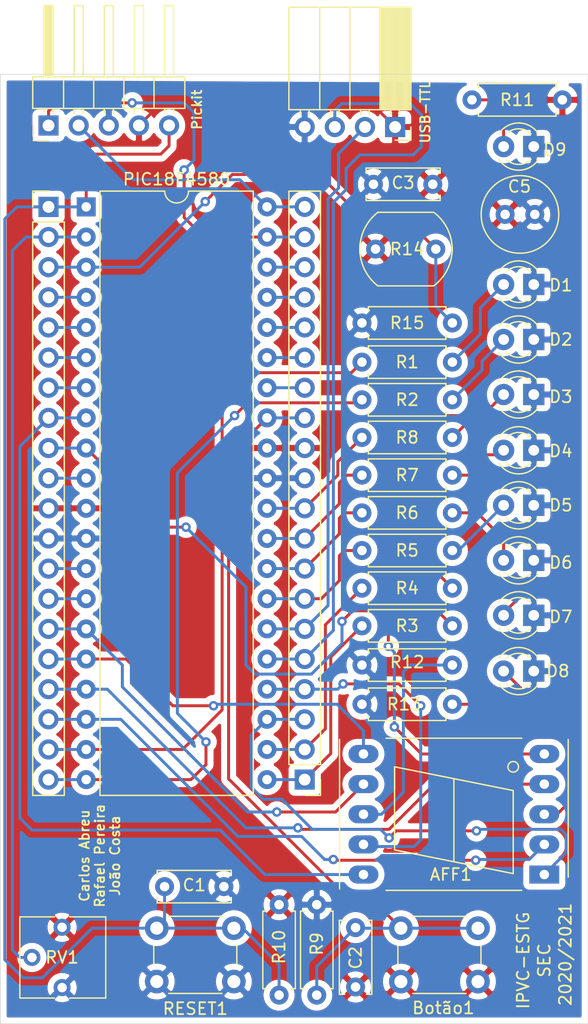
<source format=kicad_pcb>
(kicad_pcb (version 20171130) (host pcbnew "(5.1.7)-1")
  (layers (0 F.Cu signal) (31 B.Cu signal) (34 B.Paste user hide) (35 F.Paste user hide) (36 B.SilkS user) (37 F.SilkS user) (38 B.Mask user) (39 F.Mask user) (44 Edge.Cuts user))
  (net 0 "")
  (net 1 GNDREF)
  (net 2 "Net-(D1-Pad2)")
  (net 3 "Net-(D2-Pad2)")
  (net 4 "Net-(D3-Pad2)")
  (net 5 "Net-(D4-Pad2)")
  (net 6 "Net-(D5-Pad2)")
  (net 7 "Net-(D6-Pad2)")
  (net 8 "Net-(D7-Pad2)")
  (net 9 "Net-(D8-Pad2)")
  (net 10 /1)
  (net 11 /20)
  (net 12 /19)
  (net 13 /18)
  (net 14 /17)
  (net 15 /16)
  (net 16 /15)
  (net 17 /14)
  (net 18 /13)
  (net 19 /10)
  (net 20 /9)
  (net 21 /8)
  (net 22 /7)
  (net 23 /6)
  (net 24 /5)
  (net 25 /4)
  (net 26 /3)
  (net 27 /2)
  (net 28 /33)
  (net 29 /39)
  (net 30 /40)
  (net 31 /25)
  (net 32 /26)
  (net 33 /38)
  (net 34 /37)
  (net 35 /36)
  (net 36 /35)
  (net 37 /34)
  (net 38 /30)
  (net 39 /29)
  (net 40 /28)
  (net 41 /27)
  (net 42 /24)
  (net 43 /23)
  (net 44 /22)
  (net 45 /21)
  (net 46 VCC)
  (net 47 "Net-(D9-Pad2)")
  (net 48 "Net-(AFF1-Pad3)")
  (net 49 "Net-(AFF1-Pad8)")
  (module Connector_PinHeader_2.54mm:PinHeader_1x05_P2.54mm_Horizontal (layer F.Cu) (at 118.11 74.168 90)
    (fp_text reference J1 hide)
    (fp_text value Conn_01x05)
    (pad 5 thru_hole oval (at 0 10.16 90) (size 1.7 1.7) (drill 1) (layers *.Cu *.Mask) (net 10 /1))
    (pad 4 thru_hole oval (at 0 7.62 90) (size 1.7 1.7) (drill 1) (layers *.Cu *.Mask) (net 46 VCC))
    (pad 3 thru_hole oval (at 0 5.08 90) (size 1.7 1.7) (drill 1) (layers *.Cu *.Mask) (net 1 GNDREF))
    (pad 2 thru_hole oval (at 0 2.54 90) (size 1.7 1.7) (drill 1) (layers *.Cu *.Mask) (net 30 /40))
    (pad 1 thru_hole rect (at 0 0 90) (size 1.7 1.7) (drill 1) (layers *.Cu *.Mask) (net 29 /39))
  )
  (module Connector_PinHeader_2.54mm:PinHeader_1x20_P2.54mm_Vertical (layer F.Cu) (at 118.11 81.026)
    (fp_text reference J4 hide)
    (fp_text value Conn_01x20)
    (pad 20 thru_hole oval (at 0 48.26) (size 1.7 1.7) (drill 1) (layers *.Cu *.Mask) (net 11 /20))
    (pad 19 thru_hole oval (at 0 45.72) (size 1.7 1.7) (drill 1) (layers *.Cu *.Mask) (net 12 /19))
    (pad 18 thru_hole oval (at 0 43.18) (size 1.7 1.7) (drill 1) (layers *.Cu *.Mask) (net 13 /18))
    (pad 17 thru_hole oval (at 0 40.64) (size 1.7 1.7) (drill 1) (layers *.Cu *.Mask) (net 14 /17))
    (pad 16 thru_hole oval (at 0 38.1) (size 1.7 1.7) (drill 1) (layers *.Cu *.Mask) (net 15 /16))
    (pad 15 thru_hole oval (at 0 35.56) (size 1.7 1.7) (drill 1) (layers *.Cu *.Mask) (net 16 /15))
    (pad 14 thru_hole oval (at 0 33.02) (size 1.7 1.7) (drill 1) (layers *.Cu *.Mask) (net 17 /14))
    (pad 13 thru_hole oval (at 0 30.48) (size 1.7 1.7) (drill 1) (layers *.Cu *.Mask) (net 18 /13))
    (pad 12 thru_hole oval (at 0 27.94) (size 1.7 1.7) (drill 1) (layers *.Cu *.Mask) (net 1 GNDREF))
    (pad 11 thru_hole oval (at 0 25.4) (size 1.7 1.7) (drill 1) (layers *.Cu *.Mask) (net 46 VCC))
    (pad 10 thru_hole oval (at 0 22.86) (size 1.7 1.7) (drill 1) (layers *.Cu *.Mask) (net 19 /10))
    (pad 9 thru_hole oval (at 0 20.32) (size 1.7 1.7) (drill 1) (layers *.Cu *.Mask) (net 20 /9))
    (pad 8 thru_hole oval (at 0 17.78) (size 1.7 1.7) (drill 1) (layers *.Cu *.Mask) (net 21 /8))
    (pad 7 thru_hole oval (at 0 15.24) (size 1.7 1.7) (drill 1) (layers *.Cu *.Mask) (net 22 /7))
    (pad 6 thru_hole oval (at 0 12.7) (size 1.7 1.7) (drill 1) (layers *.Cu *.Mask) (net 23 /6))
    (pad 5 thru_hole oval (at 0 10.16) (size 1.7 1.7) (drill 1) (layers *.Cu *.Mask) (net 24 /5))
    (pad 4 thru_hole oval (at 0 7.62) (size 1.7 1.7) (drill 1) (layers *.Cu *.Mask) (net 25 /4))
    (pad 3 thru_hole oval (at 0 5.08) (size 1.7 1.7) (drill 1) (layers *.Cu *.Mask) (net 26 /3))
    (pad 2 thru_hole oval (at 0 2.54) (size 1.7 1.7) (drill 1) (layers *.Cu *.Mask) (net 27 /2))
    (pad 1 thru_hole rect (at 0 0) (size 1.7 1.7) (drill 1) (layers *.Cu *.Mask) (net 10 /1))
  )
  (module Package_DIP:DIP-40_W15.24mm (layer F.Cu) (at 121.285 81.026)
    (fp_text reference PIC18F4580 (at 7.62 -2.33) (layer F.SilkS))
    (fp_text value PIC18F4580-IP)
    (pad 40 thru_hole oval (at 15.24 0) (size 1.6 1.6) (drill 0.8) (layers *.Cu *.Mask) (net 30 /40))
    (pad 20 thru_hole oval (at 0 48.26) (size 1.6 1.6) (drill 0.8) (layers *.Cu *.Mask) (net 11 /20))
    (pad 39 thru_hole oval (at 15.24 2.54) (size 1.6 1.6) (drill 0.8) (layers *.Cu *.Mask) (net 29 /39))
    (pad 19 thru_hole oval (at 0 45.72) (size 1.6 1.6) (drill 0.8) (layers *.Cu *.Mask) (net 12 /19))
    (pad 38 thru_hole oval (at 15.24 5.08) (size 1.6 1.6) (drill 0.8) (layers *.Cu *.Mask) (net 33 /38))
    (pad 18 thru_hole oval (at 0 43.18) (size 1.6 1.6) (drill 0.8) (layers *.Cu *.Mask) (net 13 /18))
    (pad 37 thru_hole oval (at 15.24 7.62) (size 1.6 1.6) (drill 0.8) (layers *.Cu *.Mask) (net 34 /37))
    (pad 17 thru_hole oval (at 0 40.64) (size 1.6 1.6) (drill 0.8) (layers *.Cu *.Mask) (net 14 /17))
    (pad 36 thru_hole oval (at 15.24 10.16) (size 1.6 1.6) (drill 0.8) (layers *.Cu *.Mask) (net 35 /36))
    (pad 16 thru_hole oval (at 0 38.1) (size 1.6 1.6) (drill 0.8) (layers *.Cu *.Mask) (net 15 /16))
    (pad 35 thru_hole oval (at 15.24 12.7) (size 1.6 1.6) (drill 0.8) (layers *.Cu *.Mask) (net 36 /35))
    (pad 15 thru_hole oval (at 0 35.56) (size 1.6 1.6) (drill 0.8) (layers *.Cu *.Mask) (net 16 /15))
    (pad 34 thru_hole oval (at 15.24 15.24) (size 1.6 1.6) (drill 0.8) (layers *.Cu *.Mask) (net 37 /34))
    (pad 14 thru_hole oval (at 0 33.02) (size 1.6 1.6) (drill 0.8) (layers *.Cu *.Mask) (net 17 /14))
    (pad 33 thru_hole oval (at 15.24 17.78) (size 1.6 1.6) (drill 0.8) (layers *.Cu *.Mask) (net 28 /33))
    (pad 13 thru_hole oval (at 0 30.48) (size 1.6 1.6) (drill 0.8) (layers *.Cu *.Mask) (net 18 /13))
    (pad 32 thru_hole oval (at 15.24 20.32) (size 1.6 1.6) (drill 0.8) (layers *.Cu *.Mask) (net 46 VCC))
    (pad 12 thru_hole oval (at 0 27.94) (size 1.6 1.6) (drill 0.8) (layers *.Cu *.Mask) (net 1 GNDREF))
    (pad 31 thru_hole oval (at 15.24 22.86) (size 1.6 1.6) (drill 0.8) (layers *.Cu *.Mask) (net 1 GNDREF))
    (pad 11 thru_hole oval (at 0 25.4) (size 1.6 1.6) (drill 0.8) (layers *.Cu *.Mask) (net 46 VCC))
    (pad 30 thru_hole oval (at 15.24 25.4) (size 1.6 1.6) (drill 0.8) (layers *.Cu *.Mask) (net 38 /30))
    (pad 10 thru_hole oval (at 0 22.86) (size 1.6 1.6) (drill 0.8) (layers *.Cu *.Mask) (net 19 /10))
    (pad 29 thru_hole oval (at 15.24 27.94) (size 1.6 1.6) (drill 0.8) (layers *.Cu *.Mask) (net 39 /29))
    (pad 9 thru_hole oval (at 0 20.32) (size 1.6 1.6) (drill 0.8) (layers *.Cu *.Mask) (net 20 /9))
    (pad 28 thru_hole oval (at 15.24 30.48) (size 1.6 1.6) (drill 0.8) (layers *.Cu *.Mask) (net 40 /28))
    (pad 8 thru_hole oval (at 0 17.78) (size 1.6 1.6) (drill 0.8) (layers *.Cu *.Mask) (net 21 /8))
    (pad 27 thru_hole oval (at 15.24 33.02) (size 1.6 1.6) (drill 0.8) (layers *.Cu *.Mask) (net 41 /27))
    (pad 7 thru_hole oval (at 0 15.24) (size 1.6 1.6) (drill 0.8) (layers *.Cu *.Mask) (net 22 /7))
    (pad 26 thru_hole oval (at 15.24 35.56) (size 1.6 1.6) (drill 0.8) (layers *.Cu *.Mask) (net 32 /26))
    (pad 6 thru_hole oval (at 0 12.7) (size 1.6 1.6) (drill 0.8) (layers *.Cu *.Mask) (net 23 /6))
    (pad 25 thru_hole oval (at 15.24 38.1) (size 1.6 1.6) (drill 0.8) (layers *.Cu *.Mask) (net 31 /25))
    (pad 5 thru_hole oval (at 0 10.16) (size 1.6 1.6) (drill 0.8) (layers *.Cu *.Mask) (net 24 /5))
    (pad 24 thru_hole oval (at 15.24 40.64) (size 1.6 1.6) (drill 0.8) (layers *.Cu *.Mask) (net 42 /24))
    (pad 4 thru_hole oval (at 0 7.62) (size 1.6 1.6) (drill 0.8) (layers *.Cu *.Mask) (net 25 /4))
    (pad 23 thru_hole oval (at 15.24 43.18) (size 1.6 1.6) (drill 0.8) (layers *.Cu *.Mask) (net 43 /23))
    (pad 3 thru_hole oval (at 0 5.08) (size 1.6 1.6) (drill 0.8) (layers *.Cu *.Mask) (net 26 /3))
    (pad 22 thru_hole oval (at 15.24 45.72) (size 1.6 1.6) (drill 0.8) (layers *.Cu *.Mask) (net 44 /22))
    (pad 2 thru_hole oval (at 0 2.54) (size 1.6 1.6) (drill 0.8) (layers *.Cu *.Mask) (net 27 /2))
    (pad 21 thru_hole oval (at 15.24 48.26) (size 1.6 1.6) (drill 0.8) (layers *.Cu *.Mask) (net 45 /21))
    (pad 1 thru_hole rect (at 0 0) (size 1.6 1.6) (drill 0.8) (layers *.Cu *.Mask) (net 10 /1))
  )
  (module LED_THT:LED_D3.0mm (layer F.Cu) (at 159.004 75.946 180)
    (fp_text reference D9 (at -1.778 -0.254) (layer F.SilkS))
    (fp_text value LED)
    (pad 2 thru_hole circle (at 2.54 0 180) (size 1.8 1.8) (drill 0.9) (layers *.Cu *.Mask) (net 47 "Net-(D9-Pad2)"))
    (pad 1 thru_hole rect (at 0 0 180) (size 1.8 1.8) (drill 0.9) (layers *.Cu *.Mask) (net 1 GNDREF))
  )
  (module OptoDevice:R_LDR_7x6mm_P5.1mm_Vertical (layer F.Cu) (at 145.669 84.582)
    (fp_text reference R14 (at 2.667 0) (layer F.SilkS))
    (fp_text value 10k)
    (pad 2 thru_hole circle (at 5.08 0) (size 1.6 1.6) (drill 0.8) (layers *.Cu *.Mask) (net 26 /3))
    (pad 1 thru_hole circle (at 0 0) (size 1.6 1.6) (drill 0.8) (layers *.Cu *.Mask) (net 46 VCC))
  )
  (module Resistor_THT:R_Axial_DIN0207_L6.3mm_D2.5mm_P7.62mm_Horizontal (layer F.Cu) (at 144.526 90.805)
    (fp_text reference R15 (at 3.81 0) (layer F.SilkS))
    (fp_text value 10k)
    (pad 2 thru_hole oval (at 7.62 0) (size 1.6 1.6) (drill 0.8) (layers *.Cu *.Mask) (net 26 /3))
    (pad 1 thru_hole circle (at 0 0) (size 1.6 1.6) (drill 0.8) (layers *.Cu *.Mask) (net 1 GNDREF))
  )
  (module Resistor_THT:R_Axial_DIN0207_L6.3mm_D2.5mm_P7.62mm_Horizontal (layer F.Cu) (at 144.526 122.936)
    (fp_text reference R13 (at 3.556 0) (layer F.SilkS))
    (fp_text value 470)
    (pad 2 thru_hole oval (at 7.62 0) (size 1.6 1.6) (drill 0.8) (layers *.Cu *.Mask) (net 48 "Net-(AFF1-Pad3)"))
    (pad 1 thru_hole circle (at 0 0) (size 1.6 1.6) (drill 0.8) (layers *.Cu *.Mask) (net 1 GNDREF))
  )
  (module Resistor_THT:R_Axial_DIN0207_L6.3mm_D2.5mm_P7.62mm_Horizontal (layer F.Cu) (at 144.526 119.634)
    (fp_text reference R12 (at 3.81 -0.254) (layer F.SilkS))
    (fp_text value 470)
    (pad 2 thru_hole oval (at 7.62 0) (size 1.6 1.6) (drill 0.8) (layers *.Cu *.Mask) (net 49 "Net-(AFF1-Pad8)"))
    (pad 1 thru_hole circle (at 0 0) (size 1.6 1.6) (drill 0.8) (layers *.Cu *.Mask) (net 1 GNDREF))
  )
  (module Resistor_THT:R_Axial_DIN0207_L6.3mm_D2.5mm_P7.62mm_Horizontal (layer F.Cu) (at 137.541 139.827 270)
    (fp_text reference R10 (at 3.556 0 90) (layer F.SilkS))
    (fp_text value 1K)
    (pad 2 thru_hole oval (at 7.62 0 270) (size 1.6 1.6) (drill 0.8) (layers *.Cu *.Mask) (net 10 /1))
    (pad 1 thru_hole circle (at 0 0 270) (size 1.6 1.6) (drill 0.8) (layers *.Cu *.Mask) (net 46 VCC))
  )
  (module Resistor_THT:R_Axial_DIN0207_L6.3mm_D2.5mm_P7.62mm_Horizontal (layer F.Cu) (at 140.716 147.447 90)
    (fp_text reference R9 (at 4.318 0 90) (layer F.SilkS))
    (fp_text value 1K)
    (pad 2 thru_hole oval (at 7.62 0 90) (size 1.6 1.6) (drill 0.8) (layers *.Cu *.Mask) (net 1 GNDREF))
    (pad 1 thru_hole circle (at 0 0 90) (size 1.6 1.6) (drill 0.8) (layers *.Cu *.Mask) (net 28 /33))
  )
  (module Display_7Segment:7SegmentLED_LTS6760_LTS6780 (layer F.Cu) (at 159.893 137.287 180)
    (fp_text reference AFF1 (at 7.874 0) (layer F.SilkS))
    (fp_text value LTS-6980HR)
    (pad 1 thru_hole rect (at 0 0 90) (size 1.524 2.524) (drill 0.8) (layers *.Cu *.Mask) (net 43 /23))
    (pad 2 thru_hole oval (at 0 2.54 90) (size 1.524 2.524) (drill 0.8) (layers *.Cu *.Mask) (net 13 /18))
    (pad 3 thru_hole oval (at 0 5.08 90) (size 1.524 2.524) (drill 0.8) (layers *.Cu *.Mask) (net 48 "Net-(AFF1-Pad3)"))
    (pad 4 thru_hole oval (at 0 7.62 90) (size 1.524 2.524) (drill 0.8) (layers *.Cu *.Mask) (net 14 /17))
    (pad 5 thru_hole oval (at 0 10.16 90) (size 1.524 2.524) (drill 0.8) (layers *.Cu *.Mask) (net 20 /9))
    (pad 6 thru_hole oval (at 15.24 10.16 90) (size 1.524 2.524) (drill 0.8) (layers *.Cu *.Mask) (net 15 /16))
    (pad 7 thru_hole oval (at 15.24 7.62 90) (size 1.524 2.524) (drill 0.8) (layers *.Cu *.Mask) (net 16 /15))
    (pad 8 thru_hole oval (at 15.24 5.08 90) (size 1.524 2.524) (drill 0.8) (layers *.Cu *.Mask) (net 49 "Net-(AFF1-Pad8)"))
    (pad 9 thru_hole oval (at 15.24 2.54 90) (size 1.524 2.524) (drill 0.8) (layers *.Cu *.Mask) (net 42 /24))
    (pad 10 thru_hole oval (at 15.24 0 90) (size 1.524 2.524) (drill 0.8) (layers *.Cu *.Mask) (net 21 /8))
  )
  (module Resistor_THT:R_Axial_DIN0207_L6.3mm_D2.5mm_P7.62mm_Horizontal (layer F.Cu) (at 153.797 72.009)
    (fp_text reference R11 (at 3.81 0) (layer F.SilkS))
    (fp_text value 470)
    (pad 2 thru_hole oval (at 7.62 0) (size 1.6 1.6) (drill 0.8) (layers *.Cu *.Mask) (net 46 VCC))
    (pad 1 thru_hole circle (at 0 0) (size 1.6 1.6) (drill 0.8) (layers *.Cu *.Mask) (net 47 "Net-(D9-Pad2)"))
  )
  (module Potentiometer_THT:Potentiometer_Vishay_T73YP_Vertical (layer F.Cu) (at 119.253 141.732 180)
    (fp_text reference RV1 (at 0 -2.54) (layer F.SilkS))
    (fp_text value R_POT)
    (pad 1 thru_hole circle (at 0 0 180) (size 1.44 1.44) (drill 0.8) (layers *.Cu *.Mask) (net 46 VCC))
    (pad 2 thru_hole circle (at 2.54 -2.54 180) (size 1.44 1.44) (drill 0.8) (layers *.Cu *.Mask) (net 27 /2))
    (pad 3 thru_hole circle (at 0 -5.08 180) (size 1.44 1.44) (drill 0.8) (layers *.Cu *.Mask) (net 1 GNDREF))
  )
  (module Capacitor_THT:C_Radial_D6.3mm_H5.0mm_P2.50mm (layer F.Cu) (at 156.591 81.661)
    (fp_text reference C5 (at 1.2065 -2.3495) (layer F.SilkS))
    (fp_text value 100uF)
    (pad 2 thru_hole circle (at 2.5 0) (size 1.6 1.6) (drill 0.8) (layers *.Cu *.Mask) (net 1 GNDREF))
    (pad 1 thru_hole circle (at 0 0) (size 1.6 1.6) (drill 0.8) (layers *.Cu *.Mask) (net 46 VCC))
  )
  (module Button_Switch_THT:SW_PUSH_6mm_H4.3mm (layer F.Cu) (at 154.305 146.307 180)
    (fp_text reference Botão1 (at 2.921 -2.2225) (layer F.SilkS))
    (fp_text value SW_Push)
    (pad 1 thru_hole circle (at 6.5 0 270) (size 2 2) (drill 1.1) (layers *.Cu *.Mask) (net 46 VCC))
    (pad 2 thru_hole circle (at 6.5 4.5 270) (size 2 2) (drill 1.1) (layers *.Cu *.Mask) (net 28 /33))
    (pad 1 thru_hole circle (at 0 0 270) (size 2 2) (drill 1.1) (layers *.Cu *.Mask) (net 46 VCC))
    (pad 2 thru_hole circle (at 0 4.5 270) (size 2 2) (drill 1.1) (layers *.Cu *.Mask) (net 28 /33))
  )
  (module Button_Switch_THT:SW_PUSH_6mm_H5mm (layer F.Cu) (at 133.731 146.304 180)
    (fp_text reference RESET1 (at 3.25 -2.286) (layer F.SilkS))
    (fp_text value SW_Push)
    (pad 1 thru_hole circle (at 6.5 0 270) (size 2 2) (drill 1.1) (layers *.Cu *.Mask) (net 1 GNDREF))
    (pad 2 thru_hole circle (at 6.5 4.5 270) (size 2 2) (drill 1.1) (layers *.Cu *.Mask) (net 10 /1))
    (pad 1 thru_hole circle (at 0 0 270) (size 2 2) (drill 1.1) (layers *.Cu *.Mask) (net 1 GNDREF))
    (pad 2 thru_hole circle (at 0 4.5 270) (size 2 2) (drill 1.1) (layers *.Cu *.Mask) (net 10 /1))
  )
  (module Connector_PinHeader_2.54mm:PinHeader_1x20_P2.54mm_Vertical (layer F.Cu) (at 139.7 129.286 180)
    (fp_text reference J3 hide)
    (fp_text value Conn_01x20)
    (pad 20 thru_hole oval (at 0 48.26 180) (size 1.7 1.7) (drill 1) (layers *.Cu *.Mask) (net 30 /40))
    (pad 19 thru_hole oval (at 0 45.72 180) (size 1.7 1.7) (drill 1) (layers *.Cu *.Mask) (net 29 /39))
    (pad 18 thru_hole oval (at 0 43.18 180) (size 1.7 1.7) (drill 1) (layers *.Cu *.Mask) (net 33 /38))
    (pad 17 thru_hole oval (at 0 40.64 180) (size 1.7 1.7) (drill 1) (layers *.Cu *.Mask) (net 34 /37))
    (pad 16 thru_hole oval (at 0 38.1 180) (size 1.7 1.7) (drill 1) (layers *.Cu *.Mask) (net 35 /36))
    (pad 15 thru_hole oval (at 0 35.56 180) (size 1.7 1.7) (drill 1) (layers *.Cu *.Mask) (net 36 /35))
    (pad 14 thru_hole oval (at 0 33.02 180) (size 1.7 1.7) (drill 1) (layers *.Cu *.Mask) (net 37 /34))
    (pad 13 thru_hole oval (at 0 30.48 180) (size 1.7 1.7) (drill 1) (layers *.Cu *.Mask) (net 28 /33))
    (pad 12 thru_hole oval (at 0 27.94 180) (size 1.7 1.7) (drill 1) (layers *.Cu *.Mask) (net 46 VCC))
    (pad 11 thru_hole oval (at 0 25.4 180) (size 1.7 1.7) (drill 1) (layers *.Cu *.Mask) (net 1 GNDREF))
    (pad 10 thru_hole oval (at 0 22.86 180) (size 1.7 1.7) (drill 1) (layers *.Cu *.Mask) (net 38 /30))
    (pad 9 thru_hole oval (at 0 20.32 180) (size 1.7 1.7) (drill 1) (layers *.Cu *.Mask) (net 39 /29))
    (pad 8 thru_hole oval (at 0 17.78 180) (size 1.7 1.7) (drill 1) (layers *.Cu *.Mask) (net 40 /28))
    (pad 7 thru_hole oval (at 0 15.24 180) (size 1.7 1.7) (drill 1) (layers *.Cu *.Mask) (net 41 /27))
    (pad 6 thru_hole oval (at 0 12.7 180) (size 1.7 1.7) (drill 1) (layers *.Cu *.Mask) (net 32 /26))
    (pad 5 thru_hole oval (at 0 10.16 180) (size 1.7 1.7) (drill 1) (layers *.Cu *.Mask) (net 31 /25))
    (pad 4 thru_hole oval (at 0 7.62 180) (size 1.7 1.7) (drill 1) (layers *.Cu *.Mask) (net 42 /24))
    (pad 3 thru_hole oval (at 0 5.08 180) (size 1.7 1.7) (drill 1) (layers *.Cu *.Mask) (net 43 /23))
    (pad 2 thru_hole oval (at 0 2.54 180) (size 1.7 1.7) (drill 1) (layers *.Cu *.Mask) (net 44 /22))
    (pad 1 thru_hole rect (at 0 0 180) (size 1.7 1.7) (drill 1) (layers *.Cu *.Mask) (net 45 /21))
  )
  (module Connector_PinSocket_2.54mm:PinSocket_1x04_P2.54mm_Horizontal (layer F.Cu) (at 147.32 74.295 270)
    (fp_text reference J2 hide)
    (fp_text value Conn_01x04)
    (pad 4 thru_hole oval (at 0 7.62 270) (size 1.7 1.7) (drill 1) (layers *.Cu *.Mask) (net 1 GNDREF))
    (pad 3 thru_hole oval (at 0 5.08 270) (size 1.7 1.7) (drill 1) (layers *.Cu *.Mask) (net 31 /25))
    (pad 2 thru_hole oval (at 0 2.54 270) (size 1.7 1.7) (drill 1) (layers *.Cu *.Mask) (net 32 /26))
    (pad 1 thru_hole rect (at 0 0 270) (size 1.7 1.7) (drill 1) (layers *.Cu *.Mask) (net 46 VCC))
  )
  (module LED_THT:LED_D3.0mm (layer F.Cu) (at 159.004 120.142 180)
    (fp_text reference D8 (at -2.032 0) (layer F.SilkS))
    (fp_text value LED)
    (pad 2 thru_hole circle (at 2.54 0 180) (size 1.8 1.8) (drill 0.9) (layers *.Cu *.Mask) (net 9 "Net-(D8-Pad2)"))
    (pad 1 thru_hole rect (at 0 0 180) (size 1.8 1.8) (drill 0.9) (layers *.Cu *.Mask) (net 1 GNDREF))
  )
  (module LED_THT:LED_D3.0mm (layer F.Cu) (at 159.004 115.443 180)
    (fp_text reference D7 (at -2.286 -0.127) (layer F.SilkS))
    (fp_text value LED)
    (pad 2 thru_hole circle (at 2.54 0 180) (size 1.8 1.8) (drill 0.9) (layers *.Cu *.Mask) (net 8 "Net-(D7-Pad2)"))
    (pad 1 thru_hole rect (at 0 0 180) (size 1.8 1.8) (drill 0.9) (layers *.Cu *.Mask) (net 1 GNDREF))
  )
  (module LED_THT:LED_D3.0mm (layer F.Cu) (at 159.004 110.808 180)
    (fp_text reference D6 (at -2.286 -0.1905) (layer F.SilkS))
    (fp_text value LED)
    (pad 2 thru_hole circle (at 2.54 0 180) (size 1.8 1.8) (drill 0.9) (layers *.Cu *.Mask) (net 7 "Net-(D6-Pad2)"))
    (pad 1 thru_hole rect (at 0 0 180) (size 1.8 1.8) (drill 0.9) (layers *.Cu *.Mask) (net 1 GNDREF))
  )
  (module LED_THT:LED_D3.0mm (layer F.Cu) (at 159.004 106.172 180)
    (fp_text reference D5 (at -2.286 0) (layer F.SilkS))
    (fp_text value LED)
    (pad 2 thru_hole circle (at 2.54 0 180) (size 1.8 1.8) (drill 0.9) (layers *.Cu *.Mask) (net 6 "Net-(D5-Pad2)"))
    (pad 1 thru_hole rect (at 0 0 180) (size 1.8 1.8) (drill 0.9) (layers *.Cu *.Mask) (net 1 GNDREF))
  )
  (module LED_THT:LED_D3.0mm (layer F.Cu) (at 159.004 101.536 180)
    (fp_text reference D4 (at -2.286 -0.0635) (layer F.SilkS))
    (fp_text value LED)
    (pad 2 thru_hole circle (at 2.54 0 180) (size 1.8 1.8) (drill 0.9) (layers *.Cu *.Mask) (net 5 "Net-(D4-Pad2)"))
    (pad 1 thru_hole rect (at 0 0 180) (size 1.8 1.8) (drill 0.9) (layers *.Cu *.Mask) (net 1 GNDREF))
  )
  (module LED_THT:LED_D3.0mm (layer F.Cu) (at 159.004 96.8375 180)
    (fp_text reference D3 (at -2.286 -0.1905) (layer F.SilkS))
    (fp_text value LED)
    (pad 2 thru_hole circle (at 2.54 0 180) (size 1.8 1.8) (drill 0.9) (layers *.Cu *.Mask) (net 4 "Net-(D3-Pad2)"))
    (pad 1 thru_hole rect (at 0 0 180) (size 1.8 1.8) (drill 0.9) (layers *.Cu *.Mask) (net 1 GNDREF))
  )
  (module LED_THT:LED_D3.0mm (layer F.Cu) (at 159.004 92.202 180)
    (fp_text reference D2 (at -2.286 0) (layer F.SilkS))
    (fp_text value LED)
    (pad 2 thru_hole circle (at 2.54 0 180) (size 1.8 1.8) (drill 0.9) (layers *.Cu *.Mask) (net 3 "Net-(D2-Pad2)"))
    (pad 1 thru_hole rect (at 0 0 180) (size 1.8 1.8) (drill 0.9) (layers *.Cu *.Mask) (net 1 GNDREF))
  )
  (module LED_THT:LED_D3.0mm (layer F.Cu) (at 159.004 87.5665 180)
    (fp_text reference D1 (at -2.286 -0.0635) (layer F.SilkS))
    (fp_text value LED)
    (pad 2 thru_hole circle (at 2.54 0 180) (size 1.8 1.8) (drill 0.9) (layers *.Cu *.Mask) (net 2 "Net-(D1-Pad2)"))
    (pad 1 thru_hole rect (at 0 0 180) (size 1.8 1.8) (drill 0.9) (layers *.Cu *.Mask) (net 1 GNDREF))
  )
  (module Capacitor_THT:C_Disc_D6.0mm_W2.5mm_P5.00mm (layer F.Cu) (at 150.495 79.121 180)
    (fp_text reference C3 (at 2.5 0.127) (layer F.SilkS))
    (fp_text value 100nF)
    (pad 2 thru_hole circle (at 5 0 180) (size 1.6 1.6) (drill 0.8) (layers *.Cu *.Mask) (net 1 GNDREF))
    (pad 1 thru_hole circle (at 0 0 180) (size 1.6 1.6) (drill 0.8) (layers *.Cu *.Mask) (net 46 VCC))
  )
  (module Resistor_THT:R_Axial_DIN0207_L6.3mm_D2.5mm_P7.62mm_Horizontal (layer F.Cu) (at 152.146 100.457 180)
    (fp_text reference R8 (at 3.81 0) (layer F.SilkS))
    (fp_text value 470)
    (pad 2 thru_hole oval (at 7.62 0 180) (size 1.6 1.6) (drill 0.8) (layers *.Cu *.Mask) (net 38 /30))
    (pad 1 thru_hole circle (at 0 0 180) (size 1.6 1.6) (drill 0.8) (layers *.Cu *.Mask) (net 9 "Net-(D8-Pad2)"))
  )
  (module Resistor_THT:R_Axial_DIN0207_L6.3mm_D2.5mm_P7.62mm_Horizontal (layer F.Cu) (at 152.146 103.632 180)
    (fp_text reference R7 (at 3.81 0) (layer F.SilkS))
    (fp_text value 470)
    (pad 2 thru_hole oval (at 7.62 0 180) (size 1.6 1.6) (drill 0.8) (layers *.Cu *.Mask) (net 39 /29))
    (pad 1 thru_hole circle (at 0 0 180) (size 1.6 1.6) (drill 0.8) (layers *.Cu *.Mask) (net 8 "Net-(D7-Pad2)"))
  )
  (module Resistor_THT:R_Axial_DIN0207_L6.3mm_D2.5mm_P7.62mm_Horizontal (layer F.Cu) (at 152.146 106.807 180)
    (fp_text reference R6 (at 3.81 0) (layer F.SilkS))
    (fp_text value 470)
    (pad 2 thru_hole oval (at 7.62 0 180) (size 1.6 1.6) (drill 0.8) (layers *.Cu *.Mask) (net 40 /28))
    (pad 1 thru_hole circle (at 0 0 180) (size 1.6 1.6) (drill 0.8) (layers *.Cu *.Mask) (net 7 "Net-(D6-Pad2)"))
  )
  (module Resistor_THT:R_Axial_DIN0207_L6.3mm_D2.5mm_P7.62mm_Horizontal (layer F.Cu) (at 152.146 109.982 180)
    (fp_text reference R5 (at 3.81 0) (layer F.SilkS))
    (fp_text value 470)
    (pad 2 thru_hole oval (at 7.62 0 180) (size 1.6 1.6) (drill 0.8) (layers *.Cu *.Mask) (net 41 /27))
    (pad 1 thru_hole circle (at 0 0 180) (size 1.6 1.6) (drill 0.8) (layers *.Cu *.Mask) (net 6 "Net-(D5-Pad2)"))
  )
  (module Resistor_THT:R_Axial_DIN0207_L6.3mm_D2.5mm_P7.62mm_Horizontal (layer F.Cu) (at 152.146 113.157 180)
    (fp_text reference R4 (at 3.81 0) (layer F.SilkS))
    (fp_text value 470)
    (pad 2 thru_hole oval (at 7.62 0 180) (size 1.6 1.6) (drill 0.8) (layers *.Cu *.Mask) (net 44 /22))
    (pad 1 thru_hole circle (at 0 0 180) (size 1.6 1.6) (drill 0.8) (layers *.Cu *.Mask) (net 5 "Net-(D4-Pad2)"))
  )
  (module Resistor_THT:R_Axial_DIN0207_L6.3mm_D2.5mm_P7.62mm_Horizontal (layer F.Cu) (at 152.146 116.332 180)
    (fp_text reference R3 (at 3.81 0) (layer F.SilkS))
    (fp_text value 470)
    (pad 2 thru_hole oval (at 7.62 0 180) (size 1.6 1.6) (drill 0.8) (layers *.Cu *.Mask) (net 45 /21))
    (pad 1 thru_hole circle (at 0 0 180) (size 1.6 1.6) (drill 0.8) (layers *.Cu *.Mask) (net 4 "Net-(D3-Pad2)"))
  )
  (module Resistor_THT:R_Axial_DIN0207_L6.3mm_D2.5mm_P7.62mm_Horizontal (layer F.Cu) (at 152.146 97.282 180)
    (fp_text reference R2 (at 3.81 0) (layer F.SilkS))
    (fp_text value 470)
    (pad 2 thru_hole oval (at 7.62 0 180) (size 1.6 1.6) (drill 0.8) (layers *.Cu *.Mask) (net 11 /20))
    (pad 1 thru_hole circle (at 0 0 180) (size 1.6 1.6) (drill 0.8) (layers *.Cu *.Mask) (net 3 "Net-(D2-Pad2)"))
  )
  (module Resistor_THT:R_Axial_DIN0207_L6.3mm_D2.5mm_P7.62mm_Horizontal (layer F.Cu) (at 152.146 94.107 180)
    (fp_text reference R1 (at 3.81 0) (layer F.SilkS))
    (fp_text value 470)
    (pad 2 thru_hole oval (at 7.62 0 180) (size 1.6 1.6) (drill 0.8) (layers *.Cu *.Mask) (net 12 /19))
    (pad 1 thru_hole circle (at 0 0 180) (size 1.6 1.6) (drill 0.8) (layers *.Cu *.Mask) (net 2 "Net-(D1-Pad2)"))
  )
  (module Capacitor_THT:C_Disc_D6.0mm_W2.5mm_P5.00mm (layer F.Cu) (at 127.889 138.303)
    (fp_text reference C1 (at 2.5 -0.127) (layer F.SilkS))
    (fp_text value 100nF)
    (pad 2 thru_hole circle (at 5 0) (size 1.6 1.6) (drill 0.8) (layers *.Cu *.Mask) (net 1 GNDREF))
    (pad 1 thru_hole circle (at 0 0) (size 1.6 1.6) (drill 0.8) (layers *.Cu *.Mask) (net 10 /1))
  )
  (module Capacitor_THT:C_Disc_D6.0mm_W2.5mm_P5.00mm (layer F.Cu) (at 143.98752 141.75994 270)
    (fp_text reference C2 (at 2.54 0 90) (layer F.SilkS))
    (fp_text value 100nF)
    (pad 2 thru_hole circle (at 5 0 270) (size 1.6 1.6) (drill 0.8) (layers *.Cu *.Mask) (net 46 VCC))
    (pad 1 thru_hole circle (at 0 0 270) (size 1.6 1.6) (drill 0.8) (layers *.Cu *.Mask) (net 28 /33))
  )
  (gr_line (start 114.046 148.336) (end 114.046 149.86) (layer Edge.Cuts) (width 0.05))
  (gr_line (start 163.576 148.336) (end 163.576 149.86) (layer Edge.Cuts) (width 0.05))
  (gr_text "Carlos Abreu\nRafael Pereira\nJoão Costa" (at 122.428 135.6995 90) (layer F.SilkS) (effects (font (size 0.8 0.8))))
  (gr_line (start 163.576 69.85) (end 163.576 148.336) (layer Edge.Cuts) (width 0.05))
  (gr_line (start 163.322 69.85) (end 163.576 69.85) (layer Edge.Cuts) (width 0.05))
  (gr_line (start 114.046 69.85) (end 163.322 69.85) (layer Edge.Cuts) (width 0.05))
  (gr_line (start 114.046 70.104) (end 114.046 69.85) (layer Edge.Cuts) (width 0.05))
  (gr_line (start 114.046 148.336) (end 114.046 70.104) (layer Edge.Cuts) (width 0.05))
  (gr_line (start 163.576 149.86) (end 114.046 149.86) (layer Edge.Cuts) (width 0.05))
  (gr_text Pickit (at 130.6195 72.8345 90) (layer F.SilkS) (effects (font (size 0.8 0.8))))
  (gr_text USB-TTL (at 149.86 73.025 90) (layer F.SilkS) (effects (font (size 0.8 0.8))))
  (gr_text 2020/2021 (at 161.671 144.018 90) (layer F.SilkS) (effects (font (size 1 1))))
  (gr_text SEC (at 159.893 144.526 90) (layer F.SilkS) (effects (font (size 1 1))))
  (gr_text "IPVC-ESTG " (at 158.115 144.145 90) (layer F.SilkS) (effects (font (size 1 1))))
  (segment (start 152.146 94.107) (end 154.50058 91.75242) (width 0.25) (layer B.Cu) (net 2))
  (segment (start 154.50058 89.52992) (end 156.464 87.5665) (width 0.25) (layer B.Cu) (net 2))
  (segment (start 154.50058 91.75242) (end 154.50058 89.52992) (width 0.25) (layer B.Cu) (net 2))
  (segment (start 152.146 97.282) (end 154.65552 94.77248) (width 0.25) (layer B.Cu) (net 3))
  (segment (start 154.65552 94.01048) (end 156.464 92.202) (width 0.25) (layer B.Cu) (net 3))
  (segment (start 154.65552 94.77248) (end 154.65552 94.01048) (width 0.25) (layer B.Cu) (net 3))
  (segment (start 149.733 113.919) (end 152.146 116.332) (width 0.25) (layer F.Cu) (net 4))
  (segment (start 149.733 100.5205) (end 149.733 113.919) (width 0.25) (layer F.Cu) (net 4))
  (segment (start 151.638 98.6155) (end 149.733 100.5205) (width 0.25) (layer F.Cu) (net 4))
  (segment (start 154.686 98.6155) (end 151.638 98.6155) (width 0.25) (layer F.Cu) (net 4))
  (segment (start 156.464 96.8375) (end 154.686 98.6155) (width 0.25) (layer F.Cu) (net 4))
  (segment (start 156.0825 101.9175) (end 156.464 101.536) (width 0.25) (layer F.Cu) (net 5))
  (segment (start 151.3205 101.9175) (end 156.0825 101.9175) (width 0.25) (layer F.Cu) (net 5))
  (segment (start 150.18301 103.05499) (end 151.3205 101.9175) (width 0.25) (layer F.Cu) (net 5))
  (segment (start 150.18301 111.19401) (end 150.18301 103.05499) (width 0.25) (layer F.Cu) (net 5))
  (segment (start 152.146 113.157) (end 150.18301 111.19401) (width 0.25) (layer F.Cu) (net 5))
  (segment (start 152.654 109.982) (end 152.146 109.982) (width 0.25) (layer B.Cu) (net 6))
  (segment (start 156.464 106.172) (end 152.654 109.982) (width 0.25) (layer B.Cu) (net 6))
  (segment (start 156.464 109.0295) (end 156.464 110.808) (width 0.25) (layer F.Cu) (net 7))
  (segment (start 154.2415 106.807) (end 156.464 109.0295) (width 0.25) (layer F.Cu) (net 7))
  (segment (start 152.146 106.807) (end 154.2415 106.807) (width 0.25) (layer F.Cu) (net 7))
  (segment (start 156.464 115.2525) (end 156.464 115.443) (width 0.25) (layer F.Cu) (net 8))
  (segment (start 158.4325 113.284) (end 156.464 115.2525) (width 0.25) (layer F.Cu) (net 8))
  (segment (start 160.3375 113.284) (end 158.4325 113.284) (width 0.25) (layer F.Cu) (net 8))
  (segment (start 161.7345 104.5845) (end 161.7345 111.887) (width 0.25) (layer F.Cu) (net 8))
  (segment (start 161.7345 111.887) (end 160.3375 113.284) (width 0.25) (layer F.Cu) (net 8))
  (segment (start 160.782 103.632) (end 161.7345 104.5845) (width 0.25) (layer F.Cu) (net 8))
  (segment (start 152.146 103.632) (end 160.782 103.632) (width 0.25) (layer F.Cu) (net 8))
  (segment (start 158.4325 122.1105) (end 156.464 120.142) (width 0.25) (layer F.Cu) (net 9))
  (segment (start 161.2265 122.1105) (end 158.4325 122.1105) (width 0.25) (layer F.Cu) (net 9))
  (segment (start 162.3695 120.9675) (end 161.2265 122.1105) (width 0.25) (layer F.Cu) (net 9))
  (segment (start 160.3375 99.2505) (end 162.3695 101.2825) (width 0.25) (layer F.Cu) (net 9))
  (segment (start 153.3525 99.2505) (end 160.3375 99.2505) (width 0.25) (layer F.Cu) (net 9))
  (segment (start 162.3695 101.2825) (end 162.3695 120.9675) (width 0.25) (layer F.Cu) (net 9))
  (segment (start 152.146 100.457) (end 153.3525 99.2505) (width 0.25) (layer F.Cu) (net 9))
  (segment (start 137.541 147.447) (end 137.541 144.87906) (width 0.25) (layer B.Cu) (net 10))
  (segment (start 134.46594 141.804) (end 133.731 141.804) (width 0.25) (layer B.Cu) (net 10))
  (segment (start 137.541 144.87906) (end 134.46594 141.804) (width 0.25) (layer B.Cu) (net 10))
  (segment (start 133.731 141.804) (end 127.231 141.804) (width 0.25) (layer B.Cu) (net 10))
  (segment (start 127.889 141.146) (end 127.231 141.804) (width 0.25) (layer B.Cu) (net 10))
  (segment (start 127.889 138.303) (end 127.889 141.146) (width 0.25) (layer B.Cu) (net 10))
  (segment (start 127.231 141.804) (end 121.7845 141.804) (width 0.25) (layer B.Cu) (net 10))
  (segment (start 121.7845 141.804) (end 117.602 145.9865) (width 0.25) (layer B.Cu) (net 10))
  (segment (start 117.602 145.9865) (end 115.951 145.9865) (width 0.25) (layer B.Cu) (net 10))
  (segment (start 115.951 145.9865) (end 114.427 144.4625) (width 0.25) (layer B.Cu) (net 10))
  (segment (start 114.427 144.4625) (end 114.427 82.042) (width 0.25) (layer B.Cu) (net 10))
  (segment (start 115.443 81.026) (end 118.11 81.026) (width 0.25) (layer B.Cu) (net 10))
  (segment (start 114.427 82.042) (end 115.443 81.026) (width 0.25) (layer B.Cu) (net 10))
  (segment (start 118.11 81.026) (end 121.285 81.026) (width 0.25) (layer B.Cu) (net 10))
  (segment (start 121.285 77.343) (end 121.285 81.026) (width 0.25) (layer F.Cu) (net 10))
  (segment (start 122.047 76.581) (end 121.285 77.343) (width 0.25) (layer F.Cu) (net 10))
  (segment (start 127.5715 76.581) (end 122.047 76.581) (width 0.25) (layer F.Cu) (net 10))
  (segment (start 128.27 75.8825) (end 127.5715 76.581) (width 0.25) (layer F.Cu) (net 10))
  (segment (start 128.27 74.168) (end 128.27 75.8825) (width 0.25) (layer F.Cu) (net 10))
  (segment (start 118.11 129.286) (end 121.285 129.286) (width 0.25) (layer B.Cu) (net 11))
  (via (at 133.7945 98.6155) (size 0.8) (drill 0.4) (layers F.Cu B.Cu) (net 11))
  (via (at 131.3815 126.111) (size 0.8) (drill 0.4) (layers F.Cu B.Cu) (net 11))
  (segment (start 130.1115 129.286) (end 121.285 129.286) (width 0.25) (layer F.Cu) (net 11))
  (segment (start 131.3815 128.016) (end 130.1115 129.286) (width 0.25) (layer F.Cu) (net 11))
  (segment (start 131.3815 126.111) (end 131.3815 128.016) (width 0.25) (layer F.Cu) (net 11))
  (segment (start 128.9685 123.698) (end 131.3815 126.111) (width 0.25) (layer B.Cu) (net 11))
  (segment (start 133.7945 98.6155) (end 128.9685 103.4415) (width 0.25) (layer B.Cu) (net 11))
  (segment (start 128.9685 103.4415) (end 128.9685 123.698) (width 0.25) (layer B.Cu) (net 11))
  (segment (start 134.874 97.536) (end 133.7945 98.6155) (width 0.25) (layer F.Cu) (net 11))
  (segment (start 144.272 97.536) (end 134.874 97.536) (width 0.25) (layer F.Cu) (net 11))
  (segment (start 144.526 97.282) (end 144.272 97.536) (width 0.25) (layer F.Cu) (net 11))
  (segment (start 118.11 126.746) (end 121.285 126.746) (width 0.25) (layer B.Cu) (net 12))
  (segment (start 129.406502 126.746) (end 121.285 126.746) (width 0.25) (layer F.Cu) (net 12))
  (segment (start 132.741501 123.411001) (end 129.406502 126.746) (width 0.25) (layer F.Cu) (net 12))
  (segment (start 132.741501 97.826999) (end 132.741501 123.411001) (width 0.25) (layer F.Cu) (net 12))
  (segment (start 135.5725 94.996) (end 132.741501 97.826999) (width 0.25) (layer F.Cu) (net 12))
  (segment (start 143.637 94.996) (end 135.5725 94.996) (width 0.25) (layer F.Cu) (net 12))
  (segment (start 144.526 94.107) (end 143.637 94.996) (width 0.25) (layer F.Cu) (net 12))
  (segment (start 118.11 124.206) (end 121.285 124.206) (width 0.25) (layer B.Cu) (net 13))
  (segment (start 124.206 124.206) (end 121.285 124.206) (width 0.25) (layer B.Cu) (net 13))
  (segment (start 134.075001 134.075001) (end 124.206 124.206) (width 0.25) (layer B.Cu) (net 13))
  (segment (start 139.43849 134.075001) (end 134.075001 134.075001) (width 0.25) (layer B.Cu) (net 13))
  (segment (start 159.893 134.747) (end 158.623 136.017) (width 0.25) (layer B.Cu) (net 13))
  (via (at 154.1145 136.0805) (size 0.8) (drill 0.4) (layers F.Cu B.Cu) (net 13))
  (segment (start 154.178 136.017) (end 154.1145 136.0805) (width 0.25) (layer B.Cu) (net 13))
  (segment (start 158.623 136.017) (end 154.178 136.017) (width 0.25) (layer B.Cu) (net 13))
  (via (at 142.113 136.017) (size 0.8) (drill 0.4) (layers F.Cu B.Cu) (net 13))
  (segment (start 142.1765 136.0805) (end 142.113 136.017) (width 0.25) (layer F.Cu) (net 13))
  (segment (start 154.1145 136.0805) (end 142.1765 136.0805) (width 0.25) (layer F.Cu) (net 13))
  (segment (start 141.38049 136.017) (end 141.206995 135.843505) (width 0.25) (layer B.Cu) (net 13))
  (segment (start 142.113 136.017) (end 141.38049 136.017) (width 0.25) (layer B.Cu) (net 13))
  (segment (start 141.206995 135.843505) (end 139.43849 134.075001) (width 0.25) (layer B.Cu) (net 13))
  (segment (start 141.380489 136.017) (end 141.206995 135.843505) (width 0.25) (layer B.Cu) (net 13))
  (segment (start 118.11 121.666) (end 121.285 121.666) (width 0.25) (layer B.Cu) (net 14))
  (via (at 139.1285 133.35) (size 0.8) (drill 0.4) (layers F.Cu B.Cu) (net 14))
  (segment (start 139.1285 133.35) (end 134.747 133.35) (width 0.25) (layer B.Cu) (net 14))
  (segment (start 123.063 121.666) (end 121.285 121.666) (width 0.25) (layer B.Cu) (net 14))
  (segment (start 134.747 133.35) (end 123.063 121.666) (width 0.25) (layer B.Cu) (net 14))
  (segment (start 139.2555 133.477) (end 139.1285 133.35) (width 0.25) (layer F.Cu) (net 14))
  (segment (start 146.812 133.477) (end 139.2555 133.477) (width 0.25) (layer F.Cu) (net 14))
  (segment (start 150.622 129.667) (end 146.812 133.477) (width 0.25) (layer F.Cu) (net 14))
  (segment (start 159.893 129.667) (end 150.622 129.667) (width 0.25) (layer F.Cu) (net 14))
  (segment (start 118.11 119.126) (end 121.285 119.126) (width 0.25) (layer B.Cu) (net 15))
  (segment (start 121.285 119.126) (end 124.6505 119.126) (width 0.25) (layer F.Cu) (net 15))
  (via (at 132.0165 123.063) (size 0.8) (drill 0.4) (layers F.Cu B.Cu) (net 15))
  (segment (start 128.5875 123.063) (end 132.0165 123.063) (width 0.25) (layer F.Cu) (net 15))
  (segment (start 124.6505 119.126) (end 128.5875 123.063) (width 0.25) (layer F.Cu) (net 15))
  (segment (start 144.653 125.1585) (end 144.653 127.127) (width 0.25) (layer B.Cu) (net 15))
  (segment (start 142.4305 122.936) (end 144.653 125.1585) (width 0.25) (layer B.Cu) (net 15))
  (segment (start 132.1435 122.936) (end 142.4305 122.936) (width 0.25) (layer B.Cu) (net 15))
  (segment (start 132.0165 123.063) (end 132.1435 122.936) (width 0.25) (layer B.Cu) (net 15))
  (segment (start 121.285 116.586) (end 118.11 116.586) (width 0.25) (layer B.Cu) (net 16))
  (segment (start 142.3035 132.0165) (end 137.3505 132.0165) (width 0.25) (layer F.Cu) (net 16))
  (via (at 137.3505 132.0165) (size 0.8) (drill 0.4) (layers F.Cu B.Cu) (net 16))
  (segment (start 144.653 129.667) (end 142.3035 132.0165) (width 0.25) (layer F.Cu) (net 16))
  (segment (start 137.3505 132.0165) (end 134.874 132.0165) (width 0.25) (layer B.Cu) (net 16))
  (segment (start 134.874 132.0165) (end 124.333 121.4755) (width 0.25) (layer B.Cu) (net 16))
  (segment (start 124.333 119.634) (end 121.285 116.586) (width 0.25) (layer B.Cu) (net 16))
  (segment (start 124.333 121.4755) (end 124.333 119.634) (width 0.25) (layer B.Cu) (net 16))
  (segment (start 118.11 114.046) (end 121.285 114.046) (width 0.25) (layer B.Cu) (net 17))
  (segment (start 121.285 111.506) (end 118.11 111.506) (width 0.25) (layer B.Cu) (net 18))
  (segment (start 118.11 103.886) (end 121.285 103.886) (width 0.25) (layer B.Cu) (net 19))
  (segment (start 121.285 101.346) (end 118.11 101.346) (width 0.25) (layer B.Cu) (net 20))
  (segment (start 134.747 119.634) (end 135.509 120.396) (width 0.25) (layer B.Cu) (net 20))
  (segment (start 134.747 115.3795) (end 134.747 119.634) (width 0.25) (layer B.Cu) (net 20))
  (segment (start 134.747 114.808) (end 134.747 115.3795) (width 0.25) (layer B.Cu) (net 20))
  (segment (start 135.509 120.396) (end 140.2715 120.396) (width 0.25) (layer B.Cu) (net 20))
  (via (at 147.2565 124.841) (size 0.8) (drill 0.4) (layers F.Cu B.Cu) (net 20))
  (segment (start 159.893 127.127) (end 149.5425 127.127) (width 0.25) (layer F.Cu) (net 20))
  (segment (start 149.5425 127.127) (end 147.2565 124.841) (width 0.25) (layer F.Cu) (net 20))
  (segment (start 147.2565 118.999) (end 147.2565 119.1895) (width 0.25) (layer B.Cu) (net 20))
  (segment (start 147.2565 119.1895) (end 147.2565 124.841) (width 0.25) (layer B.Cu) (net 20))
  (via (at 142.84351 115.955653) (size 0.8) (drill 0.4) (layers F.Cu B.Cu) (net 20))
  (segment (start 142.84351 117.82399) (end 142.4305 118.237) (width 0.25) (layer B.Cu) (net 20))
  (segment (start 142.84351 115.955653) (end 142.84351 117.82399) (width 0.25) (layer B.Cu) (net 20))
  (segment (start 142.4305 118.237) (end 142.6845 117.983) (width 0.25) (layer B.Cu) (net 20))
  (segment (start 140.2715 120.396) (end 142.4305 118.237) (width 0.25) (layer B.Cu) (net 20))
  (via (at 129.69351 108.0135) (size 0.8) (drill 0.4) (layers F.Cu B.Cu) (net 20))
  (segment (start 134.747 113.06699) (end 130.093509 108.413499) (width 0.25) (layer B.Cu) (net 20))
  (segment (start 134.747 115.3795) (end 134.747 113.06699) (width 0.25) (layer B.Cu) (net 20))
  (segment (start 121.285 101.346) (end 127.9525 108.0135) (width 0.25) (layer F.Cu) (net 20))
  (segment (start 127.9525 108.0135) (end 129.69351 108.0135) (width 0.25) (layer F.Cu) (net 20))
  (segment (start 130.093509 108.413499) (end 129.69351 108.0135) (width 0.25) (layer B.Cu) (net 20))
  (segment (start 146.7485 118.0465) (end 146.7485 115.824) (width 0.25) (layer F.Cu) (net 20))
  (segment (start 146.7485 115.824) (end 145.9865 115.062) (width 0.25) (layer F.Cu) (net 20))
  (segment (start 147.2565 118.5545) (end 146.7485 118.0465) (width 0.25) (layer B.Cu) (net 20))
  (segment (start 145.9865 115.062) (end 143.737163 115.062) (width 0.25) (layer F.Cu) (net 20))
  (segment (start 143.737163 115.062) (end 142.84351 115.955653) (width 0.25) (layer F.Cu) (net 20))
  (via (at 146.7485 118.0465) (size 0.8) (drill 0.4) (layers F.Cu B.Cu) (net 20))
  (segment (start 147.2565 119.1895) (end 147.2565 118.5545) (width 0.25) (layer B.Cu) (net 20))
  (segment (start 118.11 98.806) (end 121.285 98.806) (width 0.25) (layer B.Cu) (net 21))
  (segment (start 144.653 137.287) (end 136.3345 137.287) (width 0.25) (layer B.Cu) (net 21))
  (segment (start 136.3345 137.287) (end 132.588 133.5405) (width 0.25) (layer B.Cu) (net 21))
  (segment (start 132.588 133.5405) (end 116.713 133.5405) (width 0.25) (layer B.Cu) (net 21))
  (segment (start 116.713 133.5405) (end 115.697 132.5245) (width 0.25) (layer B.Cu) (net 21))
  (segment (start 115.697 101.219) (end 118.11 98.806) (width 0.25) (layer B.Cu) (net 21))
  (segment (start 115.697 132.5245) (end 115.697 101.219) (width 0.25) (layer B.Cu) (net 21))
  (segment (start 118.11 96.266) (end 121.285 96.266) (width 0.25) (layer B.Cu) (net 22))
  (segment (start 121.285 93.726) (end 118.11 93.726) (width 0.25) (layer B.Cu) (net 23))
  (segment (start 118.11 91.186) (end 121.285 91.186) (width 0.25) (layer B.Cu) (net 24))
  (segment (start 118.11 88.646) (end 121.285 88.646) (width 0.25) (layer B.Cu) (net 25))
  (segment (start 150.749 89.408) (end 152.146 90.805) (width 0.25) (layer B.Cu) (net 26))
  (segment (start 150.749 84.582) (end 150.749 89.408) (width 0.25) (layer B.Cu) (net 26))
  (segment (start 118.11 86.106) (end 121.285 86.106) (width 0.25) (layer B.Cu) (net 26))
  (via (at 131.318 80.5815) (size 0.8) (drill 0.4) (layers F.Cu B.Cu) (net 26))
  (segment (start 125.7935 86.106) (end 121.285 86.106) (width 0.25) (layer B.Cu) (net 26))
  (segment (start 131.318 80.5815) (end 125.7935 86.106) (width 0.25) (layer B.Cu) (net 26))
  (segment (start 133.604 78.2955) (end 131.318 80.5815) (width 0.25) (layer F.Cu) (net 26))
  (segment (start 140.9065 78.2955) (end 133.604 78.2955) (width 0.25) (layer F.Cu) (net 26))
  (segment (start 144.018 81.407) (end 140.9065 78.2955) (width 0.25) (layer F.Cu) (net 26))
  (segment (start 147.574 81.407) (end 144.018 81.407) (width 0.25) (layer F.Cu) (net 26))
  (segment (start 150.749 84.582) (end 147.574 81.407) (width 0.25) (layer F.Cu) (net 26))
  (segment (start 118.11 83.566) (end 121.285 83.566) (width 0.25) (layer B.Cu) (net 27))
  (segment (start 116.205 83.566) (end 118.11 83.566) (width 0.25) (layer B.Cu) (net 27))
  (segment (start 115.062 84.709) (end 116.205 83.566) (width 0.25) (layer B.Cu) (net 27))
  (segment (start 115.062 143.637) (end 115.062 84.709) (width 0.25) (layer B.Cu) (net 27))
  (segment (start 115.697 144.272) (end 115.062 143.637) (width 0.25) (layer B.Cu) (net 27))
  (segment (start 116.713 144.272) (end 115.697 144.272) (width 0.25) (layer B.Cu) (net 27))
  (segment (start 154.305 141.807) (end 147.805 141.807) (width 0.25) (layer B.Cu) (net 28))
  (segment (start 144.03458 141.807) (end 143.98752 141.75994) (width 0.25) (layer B.Cu) (net 28))
  (segment (start 147.805 141.807) (end 144.03458 141.807) (width 0.25) (layer B.Cu) (net 28))
  (segment (start 140.716 145.03146) (end 140.716 147.447) (width 0.25) (layer B.Cu) (net 28))
  (segment (start 143.98752 141.75994) (end 140.716 145.03146) (width 0.25) (layer B.Cu) (net 28))
  (segment (start 139.7 98.806) (end 136.525 98.806) (width 0.25) (layer B.Cu) (net 28))
  (segment (start 133.2865 102.0445) (end 136.525 98.806) (width 0.25) (layer F.Cu) (net 28))
  (segment (start 143.891 139.827) (end 133.2865 129.2225) (width 0.25) (layer F.Cu) (net 28))
  (segment (start 145.825 139.827) (end 143.891 139.827) (width 0.25) (layer F.Cu) (net 28))
  (segment (start 133.2865 129.2225) (end 133.2865 102.0445) (width 0.25) (layer F.Cu) (net 28))
  (segment (start 147.805 141.807) (end 145.825 139.827) (width 0.25) (layer F.Cu) (net 28))
  (segment (start 136.525 83.566) (end 139.7 83.566) (width 0.25) (layer B.Cu) (net 29))
  (segment (start 131.191 83.566) (end 136.525 83.566) (width 0.25) (layer F.Cu) (net 29))
  (via (at 129.54 77.9145) (size 0.8) (drill 0.4) (layers F.Cu B.Cu) (net 29))
  (segment (start 129.54 77.9145) (end 129.54 81.915) (width 0.25) (layer F.Cu) (net 29))
  (segment (start 131.09575 83.47075) (end 131.191 83.566) (width 0.25) (layer F.Cu) (net 29))
  (segment (start 129.54 81.915) (end 131.09575 83.47075) (width 0.25) (layer F.Cu) (net 29))
  (segment (start 130.302 82.677) (end 131.09575 83.47075) (width 0.25) (layer F.Cu) (net 29))
  (segment (start 130.3655 73.0885) (end 130.3655 77.089) (width 0.25) (layer B.Cu) (net 29))
  (segment (start 130.3655 77.089) (end 129.54 77.9145) (width 0.25) (layer B.Cu) (net 29))
  (segment (start 129.54 72.263) (end 130.3655 73.0885) (width 0.25) (layer B.Cu) (net 29))
  (via (at 125.1585 72.263) (size 0.8) (drill 0.4) (layers F.Cu B.Cu) (net 29))
  (segment (start 129.54 72.263) (end 125.1585 72.263) (width 0.25) (layer B.Cu) (net 29))
  (segment (start 118.11 72.9615) (end 118.11 74.168) (width 0.25) (layer F.Cu) (net 29))
  (segment (start 118.8085 72.263) (end 118.11 72.9615) (width 0.25) (layer F.Cu) (net 29))
  (segment (start 125.1585 72.263) (end 118.8085 72.263) (width 0.25) (layer F.Cu) (net 29))
  (segment (start 139.7 81.026) (end 136.525 81.026) (width 0.25) (layer B.Cu) (net 30))
  (segment (start 136.525 81.026) (end 134.239 78.74) (width 0.25) (layer B.Cu) (net 30))
  (segment (start 125.222 78.74) (end 120.65 74.168) (width 0.25) (layer B.Cu) (net 30))
  (segment (start 134.239 78.74) (end 125.222 78.74) (width 0.25) (layer B.Cu) (net 30))
  (segment (start 139.7 119.126) (end 136.525 119.126) (width 0.25) (layer B.Cu) (net 31))
  (segment (start 142.11851 80.63949) (end 142.11851 116.70749) (width 0.25) (layer B.Cu) (net 31))
  (segment (start 143.1925 79.5655) (end 142.11851 80.63949) (width 0.25) (layer B.Cu) (net 31))
  (segment (start 143.1925 77.7875) (end 143.1925 79.5655) (width 0.25) (layer B.Cu) (net 31))
  (segment (start 148.844 76.6445) (end 144.3355 76.6445) (width 0.25) (layer B.Cu) (net 31))
  (segment (start 149.5425 75.946) (end 148.844 76.6445) (width 0.25) (layer B.Cu) (net 31))
  (segment (start 149.5425 73.279) (end 149.5425 75.946) (width 0.25) (layer B.Cu) (net 31))
  (segment (start 142.11851 116.70749) (end 139.7 119.126) (width 0.25) (layer B.Cu) (net 31))
  (segment (start 144.3355 76.6445) (end 143.1925 77.7875) (width 0.25) (layer B.Cu) (net 31))
  (segment (start 148.59 72.3265) (end 149.5425 73.279) (width 0.25) (layer B.Cu) (net 31))
  (segment (start 142.8115 72.3265) (end 148.59 72.3265) (width 0.25) (layer B.Cu) (net 31))
  (segment (start 142.24 72.898) (end 142.8115 72.3265) (width 0.25) (layer B.Cu) (net 31))
  (segment (start 142.24 74.295) (end 142.24 72.898) (width 0.25) (layer B.Cu) (net 31))
  (segment (start 139.7 116.586) (end 136.525 116.586) (width 0.25) (layer B.Cu) (net 32))
  (segment (start 144.78 74.295) (end 142.5575 76.5175) (width 0.25) (layer B.Cu) (net 32))
  (segment (start 142.5575 76.5175) (end 142.5575 79.4385) (width 0.25) (layer B.Cu) (net 32))
  (segment (start 142.5575 79.4385) (end 141.6685 80.3275) (width 0.25) (layer B.Cu) (net 32))
  (segment (start 141.6685 114.6175) (end 139.7 116.586) (width 0.25) (layer B.Cu) (net 32))
  (segment (start 141.6685 80.3275) (end 141.6685 114.6175) (width 0.25) (layer B.Cu) (net 32))
  (segment (start 136.525 86.106) (end 139.7 86.106) (width 0.25) (layer B.Cu) (net 33))
  (segment (start 139.7 88.646) (end 136.525 88.646) (width 0.25) (layer B.Cu) (net 34))
  (segment (start 139.7 91.186) (end 136.525 91.186) (width 0.25) (layer B.Cu) (net 35))
  (segment (start 139.7 93.726) (end 136.525 93.726) (width 0.25) (layer B.Cu) (net 36))
  (segment (start 139.7 96.266) (end 136.525 96.266) (width 0.25) (layer B.Cu) (net 37))
  (segment (start 139.7 106.426) (end 136.525 106.426) (width 0.25) (layer B.Cu) (net 38))
  (segment (start 144.526 100.457) (end 142.494 102.489) (width 0.25) (layer F.Cu) (net 38))
  (segment (start 142.494 103.632) (end 139.7 106.426) (width 0.25) (layer F.Cu) (net 38))
  (segment (start 142.494 102.489) (end 142.494 103.632) (width 0.25) (layer F.Cu) (net 38))
  (segment (start 139.7 108.966) (end 136.525 108.966) (width 0.25) (layer B.Cu) (net 39))
  (segment (start 142.621 106.045) (end 139.7 108.966) (width 0.25) (layer F.Cu) (net 39))
  (segment (start 142.621 104.267) (end 142.621 106.045) (width 0.25) (layer F.Cu) (net 39))
  (segment (start 143.256 103.632) (end 142.621 104.267) (width 0.25) (layer F.Cu) (net 39))
  (segment (start 144.526 103.632) (end 143.256 103.632) (width 0.25) (layer F.Cu) (net 39))
  (segment (start 139.7 111.506) (end 136.525 111.506) (width 0.25) (layer B.Cu) (net 40))
  (segment (start 142.621 108.585) (end 139.7 111.506) (width 0.25) (layer F.Cu) (net 40))
  (segment (start 143.0655 106.807) (end 142.621 107.2515) (width 0.25) (layer F.Cu) (net 40))
  (segment (start 142.621 107.2515) (end 142.621 108.585) (width 0.25) (layer F.Cu) (net 40))
  (segment (start 144.526 106.807) (end 143.0655 106.807) (width 0.25) (layer F.Cu) (net 40))
  (segment (start 139.7 114.046) (end 136.525 114.046) (width 0.25) (layer B.Cu) (net 41))
  (segment (start 142.621 112.522) (end 141.097 114.046) (width 0.25) (layer F.Cu) (net 41))
  (segment (start 142.621 110.4265) (end 142.621 112.522) (width 0.25) (layer F.Cu) (net 41))
  (segment (start 141.097 114.046) (end 139.7 114.046) (width 0.25) (layer F.Cu) (net 41))
  (segment (start 143.0655 109.982) (end 142.621 110.4265) (width 0.25) (layer F.Cu) (net 41))
  (segment (start 144.526 109.982) (end 143.0655 109.982) (width 0.25) (layer F.Cu) (net 41))
  (segment (start 139.7 121.666) (end 136.525 121.666) (width 0.25) (layer B.Cu) (net 42))
  (segment (start 144.833001 134.927001) (end 148.917999 134.927001) (width 0.25) (layer B.Cu) (net 42))
  (segment (start 144.653 134.747) (end 144.833001 134.927001) (width 0.25) (layer B.Cu) (net 42))
  (via (at 149.479 123.063) (size 0.8) (drill 0.4) (layers F.Cu B.Cu) (net 42))
  (segment (start 149.479 134.366) (end 149.479 123.063) (width 0.25) (layer B.Cu) (net 42))
  (segment (start 148.917999 134.927001) (end 149.479 134.366) (width 0.25) (layer B.Cu) (net 42))
  (via (at 142.9385 121.2215) (size 0.8) (drill 0.4) (layers F.Cu B.Cu) (net 42))
  (segment (start 149.479 123.063) (end 147.6375 121.2215) (width 0.25) (layer F.Cu) (net 42))
  (segment (start 147.6375 121.2215) (end 142.9385 121.2215) (width 0.25) (layer F.Cu) (net 42))
  (segment (start 139.7 121.666) (end 142.494 121.666) (width 0.25) (layer B.Cu) (net 42))
  (segment (start 142.494 121.666) (end 142.9385 121.2215) (width 0.25) (layer B.Cu) (net 42))
  (segment (start 139.7 124.206) (end 136.525 124.206) (width 0.25) (layer B.Cu) (net 43))
  (segment (start 135.1915 125.5395) (end 136.525 124.206) (width 0.25) (layer B.Cu) (net 43))
  (segment (start 136.2075 130.937) (end 135.1915 129.921) (width 0.25) (layer B.Cu) (net 43))
  (segment (start 135.1915 129.921) (end 135.1915 125.5395) (width 0.25) (layer B.Cu) (net 43))
  (segment (start 137.788502 130.937) (end 136.2075 130.937) (width 0.25) (layer B.Cu) (net 43))
  (segment (start 161.7345 133.9215) (end 161.29 133.477) (width 0.25) (layer B.Cu) (net 43))
  (segment (start 161.7345 135.4455) (end 161.7345 133.9215) (width 0.25) (layer B.Cu) (net 43))
  (segment (start 159.893 137.287) (end 161.7345 135.4455) (width 0.25) (layer B.Cu) (net 43))
  (via (at 154.178 133.604) (size 0.8) (drill 0.4) (layers F.Cu B.Cu) (net 43))
  (segment (start 154.305 133.477) (end 154.178 133.604) (width 0.25) (layer B.Cu) (net 43))
  (segment (start 161.29 133.477) (end 154.305 133.477) (width 0.25) (layer B.Cu) (net 43))
  (via (at 146.812 134.202) (size 0.8) (drill 0.4) (layers F.Cu B.Cu) (net 43))
  (segment (start 147.41 133.604) (end 146.812 134.202) (width 0.25) (layer F.Cu) (net 43))
  (segment (start 154.178 133.604) (end 147.41 133.604) (width 0.25) (layer F.Cu) (net 43))
  (segment (start 140.204751 133.353249) (end 137.788502 130.937) (width 0.25) (layer B.Cu) (net 43))
  (segment (start 140.328502 133.477) (end 140.204751 133.353249) (width 0.25) (layer B.Cu) (net 43))
  (segment (start 146.087 133.477) (end 140.328502 133.477) (width 0.25) (layer B.Cu) (net 43))
  (segment (start 146.812 134.202) (end 146.087 133.477) (width 0.25) (layer B.Cu) (net 43))
  (segment (start 139.7 126.746) (end 136.525 126.746) (width 0.25) (layer B.Cu) (net 44))
  (segment (start 144.526 113.157) (end 141.445988 116.237012) (width 0.25) (layer F.Cu) (net 44))
  (segment (start 141.445988 116.237012) (end 141.445988 125.000012) (width 0.25) (layer F.Cu) (net 44))
  (segment (start 141.445988 125.000012) (end 139.7 126.746) (width 0.25) (layer F.Cu) (net 44))
  (segment (start 139.7 129.286) (end 136.525 129.286) (width 0.25) (layer B.Cu) (net 45))
  (segment (start 141.895999 118.962001) (end 141.895999 127.090001) (width 0.25) (layer F.Cu) (net 45))
  (segment (start 144.526 116.332) (end 141.895999 118.962001) (width 0.25) (layer F.Cu) (net 45))
  (segment (start 141.895999 127.090001) (end 139.7 129.286) (width 0.25) (layer F.Cu) (net 45))
  (segment (start 128.651 71.247) (end 125.73 74.168) (width 0.25) (layer F.Cu) (net 46))
  (segment (start 144.272 71.247) (end 128.651 71.247) (width 0.25) (layer F.Cu) (net 46))
  (segment (start 147.32 74.295) (end 144.272 71.247) (width 0.25) (layer F.Cu) (net 46))
  (segment (start 155.65882 72.009) (end 153.797 72.009) (width 0.25) (layer F.Cu) (net 47))
  (segment (start 156.464 72.81418) (end 155.65882 72.009) (width 0.25) (layer F.Cu) (net 47))
  (segment (start 156.464 75.946) (end 156.464 72.81418) (width 0.25) (layer F.Cu) (net 47))
  (segment (start 159.893 132.207) (end 160.9725 132.207) (width 0.25) (layer F.Cu) (net 48))
  (segment (start 160.9725 132.207) (end 162.3695 130.81) (width 0.25) (layer F.Cu) (net 48))
  (segment (start 162.3695 130.81) (end 162.3695 125.1585) (width 0.25) (layer F.Cu) (net 48))
  (segment (start 160.147 122.936) (end 152.146 122.936) (width 0.25) (layer F.Cu) (net 48))
  (segment (start 162.3695 125.1585) (end 160.147 122.936) (width 0.25) (layer F.Cu) (net 48))
  (segment (start 146.165 132.207) (end 144.653 132.207) (width 0.25) (layer B.Cu) (net 49))
  (segment (start 148.0185 130.3535) (end 146.165 132.207) (width 0.25) (layer B.Cu) (net 49))
  (segment (start 148.024011 124.519398) (end 148.0185 124.524909) (width 0.25) (layer B.Cu) (net 49))
  (segment (start 148.0185 124.524909) (end 148.0185 130.3535) (width 0.25) (layer B.Cu) (net 49))
  (segment (start 148.024011 120.199989) (end 148.024011 124.519398) (width 0.25) (layer B.Cu) (net 49))
  (segment (start 148.59 119.634) (end 148.024011 120.199989) (width 0.25) (layer B.Cu) (net 49))
  (segment (start 152.146 119.634) (end 148.59 119.634) (width 0.25) (layer B.Cu) (net 49))
  (zone (net 1) (net_name GNDREF) (layer B.Cu) (connect_pads (clearance 0.508)) (min_thickness 0.254) (fill yes (arc_segments 32) (thermal_gap 0.508) (thermal_bridge_width 0.508))
    (polygon (pts (xy 163.068 70.612) (xy 163.068 149.606) (xy 114.554 149.606) (xy 114.554 70.358)))
  )
  (zone (net 46) (net_name VCC) (layer F.Cu) (connect_pads (clearance 0.508)) (min_thickness 0.254) (fill yes (arc_segments 32) (thermal_gap 0.508) (thermal_bridge_width 0.508))
    (polygon (pts (xy 163.068 70.612) (xy 163.068 149.606) (xy 114.554 149.352) (xy 114.554 70.358)))
  )
)
</source>
